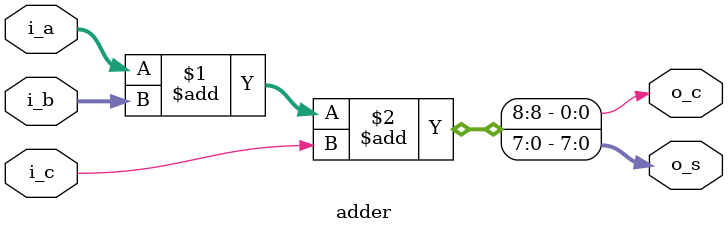
<source format=v>

module	adder
#(	
	parameter	BW_DATA	= 8
)
(	
	output 		[BW_DATA-1:0]	o_s,
	output 			 	  		o_c,
	input		[BW_DATA-1:0]	i_a,
	input		[BW_DATA-1:0]	i_b,
	input						i_c
);

	assign		{o_c, o_s} = i_a + i_b + i_c;

endmodule

</source>
